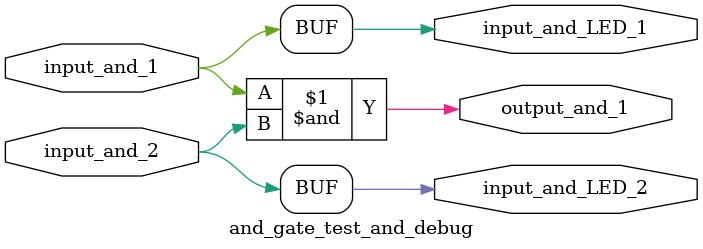
<source format=v>
module and_gate_test_and_debug (input_and_1, input_and_2, input_and_LED_1,input_and_LED_2, output_and_1);
// Input Output declaration
output output_and_1 ,input_and_LED_1,input_and_LED_2; 
input input_and_1,input_and_2;

// active input switch led assocation
wire input_and_LED_1 = input_and_1;
wire input_and_LED_2 = input_and_2;

// and gate computation and output
and (output_and_1,  input_and_1, input_and_2);


endmodule
</source>
